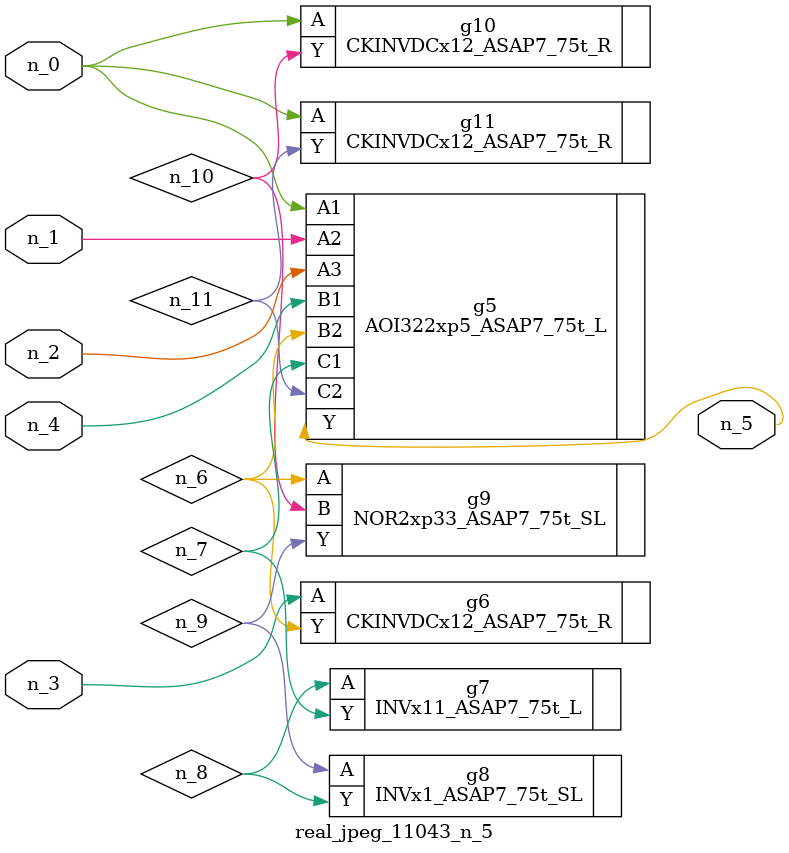
<source format=v>
module real_jpeg_11043_n_5 (n_4, n_0, n_1, n_2, n_3, n_5);

input n_4;
input n_0;
input n_1;
input n_2;
input n_3;

output n_5;

wire n_8;
wire n_11;
wire n_6;
wire n_7;
wire n_10;
wire n_9;

AOI322xp5_ASAP7_75t_L g5 ( 
.A1(n_0),
.A2(n_1),
.A3(n_2),
.B1(n_4),
.B2(n_6),
.C1(n_7),
.C2(n_11),
.Y(n_5)
);

CKINVDCx12_ASAP7_75t_R g10 ( 
.A(n_0),
.Y(n_10)
);

CKINVDCx12_ASAP7_75t_R g11 ( 
.A(n_0),
.Y(n_11)
);

CKINVDCx12_ASAP7_75t_R g6 ( 
.A(n_3),
.Y(n_6)
);

NOR2xp33_ASAP7_75t_SL g9 ( 
.A(n_6),
.B(n_10),
.Y(n_9)
);

INVx11_ASAP7_75t_L g7 ( 
.A(n_8),
.Y(n_7)
);

INVx1_ASAP7_75t_SL g8 ( 
.A(n_9),
.Y(n_8)
);


endmodule
</source>
